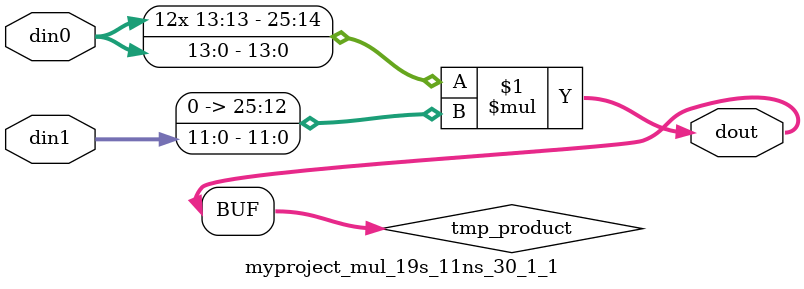
<source format=v>

`timescale 1 ns / 1 ps

  module myproject_mul_19s_11ns_30_1_1(din0, din1, dout);
parameter ID = 1;
parameter NUM_STAGE = 0;
parameter din0_WIDTH = 14;
parameter din1_WIDTH = 12;
parameter dout_WIDTH = 26;

input [din0_WIDTH - 1 : 0] din0; 
input [din1_WIDTH - 1 : 0] din1; 
output [dout_WIDTH - 1 : 0] dout;

wire signed [dout_WIDTH - 1 : 0] tmp_product;












assign tmp_product = $signed(din0) * $signed({1'b0, din1});









assign dout = tmp_product;







endmodule

</source>
